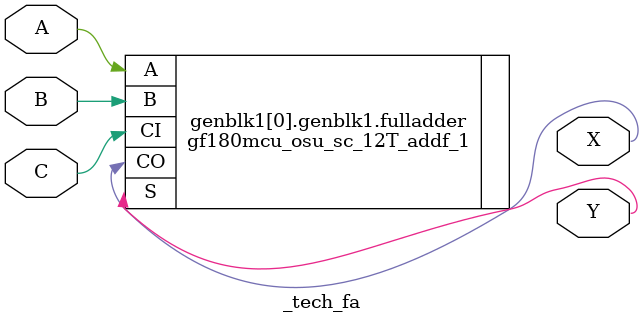
<source format=v>

(* techmap_celltype = "$fa" *)
module _tech_fa (A, B, C, X, Y);
  parameter WIDTH = 1;
  (* force_downto *)
    input [WIDTH-1 : 0] A, B, C;
  (* force_downto *)
    output [WIDTH-1 : 0] X, Y;
  
  parameter _TECHMAP_CONSTVAL_A_ = WIDTH'bx;
  parameter _TECHMAP_CONSTVAL_B_ = WIDTH'bx;
  parameter _TECHMAP_CONSTVAL_C_ = WIDTH'bx;
  
  genvar i;
  generate for (i = 0; i < WIDTH; i = i + 1) begin
      if (_TECHMAP_CONSTVAL_A_[i] === 1'b0 || _TECHMAP_CONSTVAL_B_[i] === 1'b0 || _TECHMAP_CONSTVAL_C_[i] === 1'b0) begin
        if (_TECHMAP_CONSTVAL_C_[i] === 1'b0) begin
          gf180mcu_osu_sc_12T_addh_1 halfadder_Cconst (
              .A(A[i]),
              .B(B[i]),
              .CO(X[i]), .S(Y[i])
            );
        end 
        else begin
          if (_TECHMAP_CONSTVAL_B_[i] === 1'b0) begin
            gf180mcu_osu_sc_12T_addh_1  halfadder_Bconst (
                .A(A[i]),
                .B(C[i]),
                .CO(X[i]), .S(Y[i])
              );
          end
          else begin
            gf180mcu_osu_sc_12T_addh_1 halfadder_Aconst (
                .A(B[i]),
                .B(C[i]),
                .CO(X[i]), .S(Y[i])
              );
          end
        end
      end
      else begin
        gf180mcu_osu_sc_12T_addf_1 fulladder (
            .A(A[i]), .B(B[i]), .CI(C[i]), .CO(X[i]), .S(Y[i])
          );
      end
    end endgenerate

endmodule

</source>
